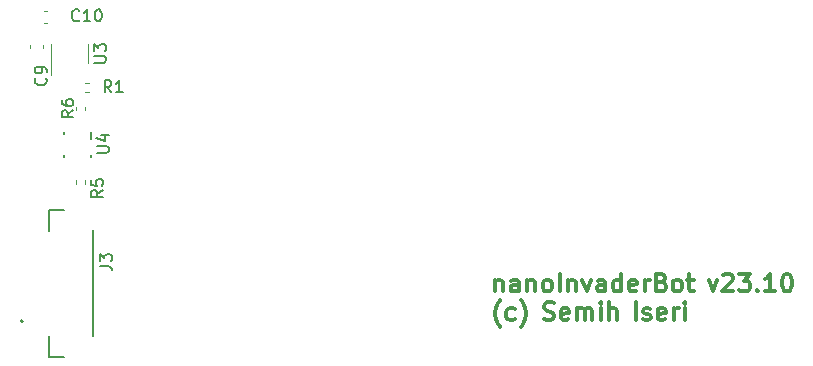
<source format=gbr>
%TF.GenerationSoftware,KiCad,Pcbnew,(7.0.0)*%
%TF.CreationDate,2023-10-22T09:49:58+03:00*%
%TF.ProjectId,nanoInvaderBot-power,6e616e6f-496e-4766-9164-6572426f742d,rev?*%
%TF.SameCoordinates,Original*%
%TF.FileFunction,Legend,Top*%
%TF.FilePolarity,Positive*%
%FSLAX46Y46*%
G04 Gerber Fmt 4.6, Leading zero omitted, Abs format (unit mm)*
G04 Created by KiCad (PCBNEW (7.0.0)) date 2023-10-22 09:49:58*
%MOMM*%
%LPD*%
G01*
G04 APERTURE LIST*
%ADD10C,0.300000*%
%ADD11C,0.150000*%
%ADD12C,0.120000*%
%ADD13C,0.170000*%
%ADD14C,0.127000*%
%ADD15C,0.200000*%
G04 APERTURE END LIST*
D10*
X156857142Y-109493571D02*
X156857142Y-110493571D01*
X156857142Y-109636428D02*
X156928571Y-109565000D01*
X156928571Y-109565000D02*
X157071428Y-109493571D01*
X157071428Y-109493571D02*
X157285714Y-109493571D01*
X157285714Y-109493571D02*
X157428571Y-109565000D01*
X157428571Y-109565000D02*
X157500000Y-109707857D01*
X157500000Y-109707857D02*
X157500000Y-110493571D01*
X158857143Y-110493571D02*
X158857143Y-109707857D01*
X158857143Y-109707857D02*
X158785714Y-109565000D01*
X158785714Y-109565000D02*
X158642857Y-109493571D01*
X158642857Y-109493571D02*
X158357143Y-109493571D01*
X158357143Y-109493571D02*
X158214285Y-109565000D01*
X158857143Y-110422142D02*
X158714285Y-110493571D01*
X158714285Y-110493571D02*
X158357143Y-110493571D01*
X158357143Y-110493571D02*
X158214285Y-110422142D01*
X158214285Y-110422142D02*
X158142857Y-110279285D01*
X158142857Y-110279285D02*
X158142857Y-110136428D01*
X158142857Y-110136428D02*
X158214285Y-109993571D01*
X158214285Y-109993571D02*
X158357143Y-109922142D01*
X158357143Y-109922142D02*
X158714285Y-109922142D01*
X158714285Y-109922142D02*
X158857143Y-109850714D01*
X159571428Y-109493571D02*
X159571428Y-110493571D01*
X159571428Y-109636428D02*
X159642857Y-109565000D01*
X159642857Y-109565000D02*
X159785714Y-109493571D01*
X159785714Y-109493571D02*
X160000000Y-109493571D01*
X160000000Y-109493571D02*
X160142857Y-109565000D01*
X160142857Y-109565000D02*
X160214286Y-109707857D01*
X160214286Y-109707857D02*
X160214286Y-110493571D01*
X161142857Y-110493571D02*
X161000000Y-110422142D01*
X161000000Y-110422142D02*
X160928571Y-110350714D01*
X160928571Y-110350714D02*
X160857143Y-110207857D01*
X160857143Y-110207857D02*
X160857143Y-109779285D01*
X160857143Y-109779285D02*
X160928571Y-109636428D01*
X160928571Y-109636428D02*
X161000000Y-109565000D01*
X161000000Y-109565000D02*
X161142857Y-109493571D01*
X161142857Y-109493571D02*
X161357143Y-109493571D01*
X161357143Y-109493571D02*
X161500000Y-109565000D01*
X161500000Y-109565000D02*
X161571429Y-109636428D01*
X161571429Y-109636428D02*
X161642857Y-109779285D01*
X161642857Y-109779285D02*
X161642857Y-110207857D01*
X161642857Y-110207857D02*
X161571429Y-110350714D01*
X161571429Y-110350714D02*
X161500000Y-110422142D01*
X161500000Y-110422142D02*
X161357143Y-110493571D01*
X161357143Y-110493571D02*
X161142857Y-110493571D01*
X162285714Y-110493571D02*
X162285714Y-108993571D01*
X163000000Y-109493571D02*
X163000000Y-110493571D01*
X163000000Y-109636428D02*
X163071429Y-109565000D01*
X163071429Y-109565000D02*
X163214286Y-109493571D01*
X163214286Y-109493571D02*
X163428572Y-109493571D01*
X163428572Y-109493571D02*
X163571429Y-109565000D01*
X163571429Y-109565000D02*
X163642858Y-109707857D01*
X163642858Y-109707857D02*
X163642858Y-110493571D01*
X164214286Y-109493571D02*
X164571429Y-110493571D01*
X164571429Y-110493571D02*
X164928572Y-109493571D01*
X166142858Y-110493571D02*
X166142858Y-109707857D01*
X166142858Y-109707857D02*
X166071429Y-109565000D01*
X166071429Y-109565000D02*
X165928572Y-109493571D01*
X165928572Y-109493571D02*
X165642858Y-109493571D01*
X165642858Y-109493571D02*
X165500000Y-109565000D01*
X166142858Y-110422142D02*
X166000000Y-110493571D01*
X166000000Y-110493571D02*
X165642858Y-110493571D01*
X165642858Y-110493571D02*
X165500000Y-110422142D01*
X165500000Y-110422142D02*
X165428572Y-110279285D01*
X165428572Y-110279285D02*
X165428572Y-110136428D01*
X165428572Y-110136428D02*
X165500000Y-109993571D01*
X165500000Y-109993571D02*
X165642858Y-109922142D01*
X165642858Y-109922142D02*
X166000000Y-109922142D01*
X166000000Y-109922142D02*
X166142858Y-109850714D01*
X167500001Y-110493571D02*
X167500001Y-108993571D01*
X167500001Y-110422142D02*
X167357143Y-110493571D01*
X167357143Y-110493571D02*
X167071429Y-110493571D01*
X167071429Y-110493571D02*
X166928572Y-110422142D01*
X166928572Y-110422142D02*
X166857143Y-110350714D01*
X166857143Y-110350714D02*
X166785715Y-110207857D01*
X166785715Y-110207857D02*
X166785715Y-109779285D01*
X166785715Y-109779285D02*
X166857143Y-109636428D01*
X166857143Y-109636428D02*
X166928572Y-109565000D01*
X166928572Y-109565000D02*
X167071429Y-109493571D01*
X167071429Y-109493571D02*
X167357143Y-109493571D01*
X167357143Y-109493571D02*
X167500001Y-109565000D01*
X168785715Y-110422142D02*
X168642858Y-110493571D01*
X168642858Y-110493571D02*
X168357144Y-110493571D01*
X168357144Y-110493571D02*
X168214286Y-110422142D01*
X168214286Y-110422142D02*
X168142858Y-110279285D01*
X168142858Y-110279285D02*
X168142858Y-109707857D01*
X168142858Y-109707857D02*
X168214286Y-109565000D01*
X168214286Y-109565000D02*
X168357144Y-109493571D01*
X168357144Y-109493571D02*
X168642858Y-109493571D01*
X168642858Y-109493571D02*
X168785715Y-109565000D01*
X168785715Y-109565000D02*
X168857144Y-109707857D01*
X168857144Y-109707857D02*
X168857144Y-109850714D01*
X168857144Y-109850714D02*
X168142858Y-109993571D01*
X169500000Y-110493571D02*
X169500000Y-109493571D01*
X169500000Y-109779285D02*
X169571429Y-109636428D01*
X169571429Y-109636428D02*
X169642858Y-109565000D01*
X169642858Y-109565000D02*
X169785715Y-109493571D01*
X169785715Y-109493571D02*
X169928572Y-109493571D01*
X170928571Y-109707857D02*
X171142857Y-109779285D01*
X171142857Y-109779285D02*
X171214286Y-109850714D01*
X171214286Y-109850714D02*
X171285714Y-109993571D01*
X171285714Y-109993571D02*
X171285714Y-110207857D01*
X171285714Y-110207857D02*
X171214286Y-110350714D01*
X171214286Y-110350714D02*
X171142857Y-110422142D01*
X171142857Y-110422142D02*
X171000000Y-110493571D01*
X171000000Y-110493571D02*
X170428571Y-110493571D01*
X170428571Y-110493571D02*
X170428571Y-108993571D01*
X170428571Y-108993571D02*
X170928571Y-108993571D01*
X170928571Y-108993571D02*
X171071429Y-109065000D01*
X171071429Y-109065000D02*
X171142857Y-109136428D01*
X171142857Y-109136428D02*
X171214286Y-109279285D01*
X171214286Y-109279285D02*
X171214286Y-109422142D01*
X171214286Y-109422142D02*
X171142857Y-109565000D01*
X171142857Y-109565000D02*
X171071429Y-109636428D01*
X171071429Y-109636428D02*
X170928571Y-109707857D01*
X170928571Y-109707857D02*
X170428571Y-109707857D01*
X172142857Y-110493571D02*
X172000000Y-110422142D01*
X172000000Y-110422142D02*
X171928571Y-110350714D01*
X171928571Y-110350714D02*
X171857143Y-110207857D01*
X171857143Y-110207857D02*
X171857143Y-109779285D01*
X171857143Y-109779285D02*
X171928571Y-109636428D01*
X171928571Y-109636428D02*
X172000000Y-109565000D01*
X172000000Y-109565000D02*
X172142857Y-109493571D01*
X172142857Y-109493571D02*
X172357143Y-109493571D01*
X172357143Y-109493571D02*
X172500000Y-109565000D01*
X172500000Y-109565000D02*
X172571429Y-109636428D01*
X172571429Y-109636428D02*
X172642857Y-109779285D01*
X172642857Y-109779285D02*
X172642857Y-110207857D01*
X172642857Y-110207857D02*
X172571429Y-110350714D01*
X172571429Y-110350714D02*
X172500000Y-110422142D01*
X172500000Y-110422142D02*
X172357143Y-110493571D01*
X172357143Y-110493571D02*
X172142857Y-110493571D01*
X173071429Y-109493571D02*
X173642857Y-109493571D01*
X173285714Y-108993571D02*
X173285714Y-110279285D01*
X173285714Y-110279285D02*
X173357143Y-110422142D01*
X173357143Y-110422142D02*
X173500000Y-110493571D01*
X173500000Y-110493571D02*
X173642857Y-110493571D01*
X174900000Y-109493571D02*
X175257143Y-110493571D01*
X175257143Y-110493571D02*
X175614286Y-109493571D01*
X176114286Y-109136428D02*
X176185714Y-109065000D01*
X176185714Y-109065000D02*
X176328572Y-108993571D01*
X176328572Y-108993571D02*
X176685714Y-108993571D01*
X176685714Y-108993571D02*
X176828572Y-109065000D01*
X176828572Y-109065000D02*
X176900000Y-109136428D01*
X176900000Y-109136428D02*
X176971429Y-109279285D01*
X176971429Y-109279285D02*
X176971429Y-109422142D01*
X176971429Y-109422142D02*
X176900000Y-109636428D01*
X176900000Y-109636428D02*
X176042857Y-110493571D01*
X176042857Y-110493571D02*
X176971429Y-110493571D01*
X177471428Y-108993571D02*
X178400000Y-108993571D01*
X178400000Y-108993571D02*
X177900000Y-109565000D01*
X177900000Y-109565000D02*
X178114285Y-109565000D01*
X178114285Y-109565000D02*
X178257143Y-109636428D01*
X178257143Y-109636428D02*
X178328571Y-109707857D01*
X178328571Y-109707857D02*
X178400000Y-109850714D01*
X178400000Y-109850714D02*
X178400000Y-110207857D01*
X178400000Y-110207857D02*
X178328571Y-110350714D01*
X178328571Y-110350714D02*
X178257143Y-110422142D01*
X178257143Y-110422142D02*
X178114285Y-110493571D01*
X178114285Y-110493571D02*
X177685714Y-110493571D01*
X177685714Y-110493571D02*
X177542857Y-110422142D01*
X177542857Y-110422142D02*
X177471428Y-110350714D01*
X179042856Y-110350714D02*
X179114285Y-110422142D01*
X179114285Y-110422142D02*
X179042856Y-110493571D01*
X179042856Y-110493571D02*
X178971428Y-110422142D01*
X178971428Y-110422142D02*
X179042856Y-110350714D01*
X179042856Y-110350714D02*
X179042856Y-110493571D01*
X180542857Y-110493571D02*
X179685714Y-110493571D01*
X180114285Y-110493571D02*
X180114285Y-108993571D01*
X180114285Y-108993571D02*
X179971428Y-109207857D01*
X179971428Y-109207857D02*
X179828571Y-109350714D01*
X179828571Y-109350714D02*
X179685714Y-109422142D01*
X181471428Y-108993571D02*
X181614285Y-108993571D01*
X181614285Y-108993571D02*
X181757142Y-109065000D01*
X181757142Y-109065000D02*
X181828571Y-109136428D01*
X181828571Y-109136428D02*
X181899999Y-109279285D01*
X181899999Y-109279285D02*
X181971428Y-109565000D01*
X181971428Y-109565000D02*
X181971428Y-109922142D01*
X181971428Y-109922142D02*
X181899999Y-110207857D01*
X181899999Y-110207857D02*
X181828571Y-110350714D01*
X181828571Y-110350714D02*
X181757142Y-110422142D01*
X181757142Y-110422142D02*
X181614285Y-110493571D01*
X181614285Y-110493571D02*
X181471428Y-110493571D01*
X181471428Y-110493571D02*
X181328571Y-110422142D01*
X181328571Y-110422142D02*
X181257142Y-110350714D01*
X181257142Y-110350714D02*
X181185713Y-110207857D01*
X181185713Y-110207857D02*
X181114285Y-109922142D01*
X181114285Y-109922142D02*
X181114285Y-109565000D01*
X181114285Y-109565000D02*
X181185713Y-109279285D01*
X181185713Y-109279285D02*
X181257142Y-109136428D01*
X181257142Y-109136428D02*
X181328571Y-109065000D01*
X181328571Y-109065000D02*
X181471428Y-108993571D01*
X157285714Y-113495000D02*
X157214285Y-113423571D01*
X157214285Y-113423571D02*
X157071428Y-113209285D01*
X157071428Y-113209285D02*
X157000000Y-113066428D01*
X157000000Y-113066428D02*
X156928571Y-112852142D01*
X156928571Y-112852142D02*
X156857142Y-112495000D01*
X156857142Y-112495000D02*
X156857142Y-112209285D01*
X156857142Y-112209285D02*
X156928571Y-111852142D01*
X156928571Y-111852142D02*
X157000000Y-111637857D01*
X157000000Y-111637857D02*
X157071428Y-111495000D01*
X157071428Y-111495000D02*
X157214285Y-111280714D01*
X157214285Y-111280714D02*
X157285714Y-111209285D01*
X158500000Y-112852142D02*
X158357142Y-112923571D01*
X158357142Y-112923571D02*
X158071428Y-112923571D01*
X158071428Y-112923571D02*
X157928571Y-112852142D01*
X157928571Y-112852142D02*
X157857142Y-112780714D01*
X157857142Y-112780714D02*
X157785714Y-112637857D01*
X157785714Y-112637857D02*
X157785714Y-112209285D01*
X157785714Y-112209285D02*
X157857142Y-112066428D01*
X157857142Y-112066428D02*
X157928571Y-111995000D01*
X157928571Y-111995000D02*
X158071428Y-111923571D01*
X158071428Y-111923571D02*
X158357142Y-111923571D01*
X158357142Y-111923571D02*
X158500000Y-111995000D01*
X158999999Y-113495000D02*
X159071428Y-113423571D01*
X159071428Y-113423571D02*
X159214285Y-113209285D01*
X159214285Y-113209285D02*
X159285714Y-113066428D01*
X159285714Y-113066428D02*
X159357142Y-112852142D01*
X159357142Y-112852142D02*
X159428571Y-112495000D01*
X159428571Y-112495000D02*
X159428571Y-112209285D01*
X159428571Y-112209285D02*
X159357142Y-111852142D01*
X159357142Y-111852142D02*
X159285714Y-111637857D01*
X159285714Y-111637857D02*
X159214285Y-111495000D01*
X159214285Y-111495000D02*
X159071428Y-111280714D01*
X159071428Y-111280714D02*
X158999999Y-111209285D01*
X160971428Y-112852142D02*
X161185714Y-112923571D01*
X161185714Y-112923571D02*
X161542856Y-112923571D01*
X161542856Y-112923571D02*
X161685714Y-112852142D01*
X161685714Y-112852142D02*
X161757142Y-112780714D01*
X161757142Y-112780714D02*
X161828571Y-112637857D01*
X161828571Y-112637857D02*
X161828571Y-112495000D01*
X161828571Y-112495000D02*
X161757142Y-112352142D01*
X161757142Y-112352142D02*
X161685714Y-112280714D01*
X161685714Y-112280714D02*
X161542856Y-112209285D01*
X161542856Y-112209285D02*
X161257142Y-112137857D01*
X161257142Y-112137857D02*
X161114285Y-112066428D01*
X161114285Y-112066428D02*
X161042856Y-111995000D01*
X161042856Y-111995000D02*
X160971428Y-111852142D01*
X160971428Y-111852142D02*
X160971428Y-111709285D01*
X160971428Y-111709285D02*
X161042856Y-111566428D01*
X161042856Y-111566428D02*
X161114285Y-111495000D01*
X161114285Y-111495000D02*
X161257142Y-111423571D01*
X161257142Y-111423571D02*
X161614285Y-111423571D01*
X161614285Y-111423571D02*
X161828571Y-111495000D01*
X163042856Y-112852142D02*
X162899999Y-112923571D01*
X162899999Y-112923571D02*
X162614285Y-112923571D01*
X162614285Y-112923571D02*
X162471427Y-112852142D01*
X162471427Y-112852142D02*
X162399999Y-112709285D01*
X162399999Y-112709285D02*
X162399999Y-112137857D01*
X162399999Y-112137857D02*
X162471427Y-111995000D01*
X162471427Y-111995000D02*
X162614285Y-111923571D01*
X162614285Y-111923571D02*
X162899999Y-111923571D01*
X162899999Y-111923571D02*
X163042856Y-111995000D01*
X163042856Y-111995000D02*
X163114285Y-112137857D01*
X163114285Y-112137857D02*
X163114285Y-112280714D01*
X163114285Y-112280714D02*
X162399999Y-112423571D01*
X163757141Y-112923571D02*
X163757141Y-111923571D01*
X163757141Y-112066428D02*
X163828570Y-111995000D01*
X163828570Y-111995000D02*
X163971427Y-111923571D01*
X163971427Y-111923571D02*
X164185713Y-111923571D01*
X164185713Y-111923571D02*
X164328570Y-111995000D01*
X164328570Y-111995000D02*
X164399999Y-112137857D01*
X164399999Y-112137857D02*
X164399999Y-112923571D01*
X164399999Y-112137857D02*
X164471427Y-111995000D01*
X164471427Y-111995000D02*
X164614284Y-111923571D01*
X164614284Y-111923571D02*
X164828570Y-111923571D01*
X164828570Y-111923571D02*
X164971427Y-111995000D01*
X164971427Y-111995000D02*
X165042856Y-112137857D01*
X165042856Y-112137857D02*
X165042856Y-112923571D01*
X165757141Y-112923571D02*
X165757141Y-111923571D01*
X165757141Y-111423571D02*
X165685713Y-111495000D01*
X165685713Y-111495000D02*
X165757141Y-111566428D01*
X165757141Y-111566428D02*
X165828570Y-111495000D01*
X165828570Y-111495000D02*
X165757141Y-111423571D01*
X165757141Y-111423571D02*
X165757141Y-111566428D01*
X166471427Y-112923571D02*
X166471427Y-111423571D01*
X167114285Y-112923571D02*
X167114285Y-112137857D01*
X167114285Y-112137857D02*
X167042856Y-111995000D01*
X167042856Y-111995000D02*
X166899999Y-111923571D01*
X166899999Y-111923571D02*
X166685713Y-111923571D01*
X166685713Y-111923571D02*
X166542856Y-111995000D01*
X166542856Y-111995000D02*
X166471427Y-112066428D01*
X168728570Y-112923571D02*
X168728570Y-111423571D01*
X169371428Y-112852142D02*
X169514285Y-112923571D01*
X169514285Y-112923571D02*
X169799999Y-112923571D01*
X169799999Y-112923571D02*
X169942856Y-112852142D01*
X169942856Y-112852142D02*
X170014285Y-112709285D01*
X170014285Y-112709285D02*
X170014285Y-112637857D01*
X170014285Y-112637857D02*
X169942856Y-112495000D01*
X169942856Y-112495000D02*
X169799999Y-112423571D01*
X169799999Y-112423571D02*
X169585714Y-112423571D01*
X169585714Y-112423571D02*
X169442856Y-112352142D01*
X169442856Y-112352142D02*
X169371428Y-112209285D01*
X169371428Y-112209285D02*
X169371428Y-112137857D01*
X169371428Y-112137857D02*
X169442856Y-111995000D01*
X169442856Y-111995000D02*
X169585714Y-111923571D01*
X169585714Y-111923571D02*
X169799999Y-111923571D01*
X169799999Y-111923571D02*
X169942856Y-111995000D01*
X171228571Y-112852142D02*
X171085714Y-112923571D01*
X171085714Y-112923571D02*
X170800000Y-112923571D01*
X170800000Y-112923571D02*
X170657142Y-112852142D01*
X170657142Y-112852142D02*
X170585714Y-112709285D01*
X170585714Y-112709285D02*
X170585714Y-112137857D01*
X170585714Y-112137857D02*
X170657142Y-111995000D01*
X170657142Y-111995000D02*
X170800000Y-111923571D01*
X170800000Y-111923571D02*
X171085714Y-111923571D01*
X171085714Y-111923571D02*
X171228571Y-111995000D01*
X171228571Y-111995000D02*
X171300000Y-112137857D01*
X171300000Y-112137857D02*
X171300000Y-112280714D01*
X171300000Y-112280714D02*
X170585714Y-112423571D01*
X171942856Y-112923571D02*
X171942856Y-111923571D01*
X171942856Y-112209285D02*
X172014285Y-112066428D01*
X172014285Y-112066428D02*
X172085714Y-111995000D01*
X172085714Y-111995000D02*
X172228571Y-111923571D01*
X172228571Y-111923571D02*
X172371428Y-111923571D01*
X172871427Y-112923571D02*
X172871427Y-111923571D01*
X172871427Y-111423571D02*
X172799999Y-111495000D01*
X172799999Y-111495000D02*
X172871427Y-111566428D01*
X172871427Y-111566428D02*
X172942856Y-111495000D01*
X172942856Y-111495000D02*
X172871427Y-111423571D01*
X172871427Y-111423571D02*
X172871427Y-111566428D01*
D11*
%TO.C,R6*%
X121117380Y-95166666D02*
X120641190Y-95499999D01*
X121117380Y-95738094D02*
X120117380Y-95738094D01*
X120117380Y-95738094D02*
X120117380Y-95357142D01*
X120117380Y-95357142D02*
X120165000Y-95261904D01*
X120165000Y-95261904D02*
X120212619Y-95214285D01*
X120212619Y-95214285D02*
X120307857Y-95166666D01*
X120307857Y-95166666D02*
X120450714Y-95166666D01*
X120450714Y-95166666D02*
X120545952Y-95214285D01*
X120545952Y-95214285D02*
X120593571Y-95261904D01*
X120593571Y-95261904D02*
X120641190Y-95357142D01*
X120641190Y-95357142D02*
X120641190Y-95738094D01*
X120117380Y-94309523D02*
X120117380Y-94499999D01*
X120117380Y-94499999D02*
X120165000Y-94595237D01*
X120165000Y-94595237D02*
X120212619Y-94642856D01*
X120212619Y-94642856D02*
X120355476Y-94738094D01*
X120355476Y-94738094D02*
X120545952Y-94785713D01*
X120545952Y-94785713D02*
X120926904Y-94785713D01*
X120926904Y-94785713D02*
X121022142Y-94738094D01*
X121022142Y-94738094D02*
X121069761Y-94690475D01*
X121069761Y-94690475D02*
X121117380Y-94595237D01*
X121117380Y-94595237D02*
X121117380Y-94404761D01*
X121117380Y-94404761D02*
X121069761Y-94309523D01*
X121069761Y-94309523D02*
X121022142Y-94261904D01*
X121022142Y-94261904D02*
X120926904Y-94214285D01*
X120926904Y-94214285D02*
X120688809Y-94214285D01*
X120688809Y-94214285D02*
X120593571Y-94261904D01*
X120593571Y-94261904D02*
X120545952Y-94309523D01*
X120545952Y-94309523D02*
X120498333Y-94404761D01*
X120498333Y-94404761D02*
X120498333Y-94595237D01*
X120498333Y-94595237D02*
X120545952Y-94690475D01*
X120545952Y-94690475D02*
X120593571Y-94738094D01*
X120593571Y-94738094D02*
X120688809Y-94785713D01*
%TO.C,R1*%
X124333333Y-93617380D02*
X124000000Y-93141190D01*
X123761905Y-93617380D02*
X123761905Y-92617380D01*
X123761905Y-92617380D02*
X124142857Y-92617380D01*
X124142857Y-92617380D02*
X124238095Y-92665000D01*
X124238095Y-92665000D02*
X124285714Y-92712619D01*
X124285714Y-92712619D02*
X124333333Y-92807857D01*
X124333333Y-92807857D02*
X124333333Y-92950714D01*
X124333333Y-92950714D02*
X124285714Y-93045952D01*
X124285714Y-93045952D02*
X124238095Y-93093571D01*
X124238095Y-93093571D02*
X124142857Y-93141190D01*
X124142857Y-93141190D02*
X123761905Y-93141190D01*
X125285714Y-93617380D02*
X124714286Y-93617380D01*
X125000000Y-93617380D02*
X125000000Y-92617380D01*
X125000000Y-92617380D02*
X124904762Y-92760238D01*
X124904762Y-92760238D02*
X124809524Y-92855476D01*
X124809524Y-92855476D02*
X124714286Y-92903095D01*
%TO.C,U4*%
X123117380Y-98761904D02*
X123926904Y-98761904D01*
X123926904Y-98761904D02*
X124022142Y-98714285D01*
X124022142Y-98714285D02*
X124069761Y-98666666D01*
X124069761Y-98666666D02*
X124117380Y-98571428D01*
X124117380Y-98571428D02*
X124117380Y-98380952D01*
X124117380Y-98380952D02*
X124069761Y-98285714D01*
X124069761Y-98285714D02*
X124022142Y-98238095D01*
X124022142Y-98238095D02*
X123926904Y-98190476D01*
X123926904Y-98190476D02*
X123117380Y-98190476D01*
X123450714Y-97285714D02*
X124117380Y-97285714D01*
X123069761Y-97523809D02*
X123784047Y-97761904D01*
X123784047Y-97761904D02*
X123784047Y-97142857D01*
%TO.C,R5*%
X123617380Y-101916666D02*
X123141190Y-102249999D01*
X123617380Y-102488094D02*
X122617380Y-102488094D01*
X122617380Y-102488094D02*
X122617380Y-102107142D01*
X122617380Y-102107142D02*
X122665000Y-102011904D01*
X122665000Y-102011904D02*
X122712619Y-101964285D01*
X122712619Y-101964285D02*
X122807857Y-101916666D01*
X122807857Y-101916666D02*
X122950714Y-101916666D01*
X122950714Y-101916666D02*
X123045952Y-101964285D01*
X123045952Y-101964285D02*
X123093571Y-102011904D01*
X123093571Y-102011904D02*
X123141190Y-102107142D01*
X123141190Y-102107142D02*
X123141190Y-102488094D01*
X122617380Y-101011904D02*
X122617380Y-101488094D01*
X122617380Y-101488094D02*
X123093571Y-101535713D01*
X123093571Y-101535713D02*
X123045952Y-101488094D01*
X123045952Y-101488094D02*
X122998333Y-101392856D01*
X122998333Y-101392856D02*
X122998333Y-101154761D01*
X122998333Y-101154761D02*
X123045952Y-101059523D01*
X123045952Y-101059523D02*
X123093571Y-101011904D01*
X123093571Y-101011904D02*
X123188809Y-100964285D01*
X123188809Y-100964285D02*
X123426904Y-100964285D01*
X123426904Y-100964285D02*
X123522142Y-101011904D01*
X123522142Y-101011904D02*
X123569761Y-101059523D01*
X123569761Y-101059523D02*
X123617380Y-101154761D01*
X123617380Y-101154761D02*
X123617380Y-101392856D01*
X123617380Y-101392856D02*
X123569761Y-101488094D01*
X123569761Y-101488094D02*
X123522142Y-101535713D01*
%TO.C,C10*%
X121607142Y-87522142D02*
X121559523Y-87569761D01*
X121559523Y-87569761D02*
X121416666Y-87617380D01*
X121416666Y-87617380D02*
X121321428Y-87617380D01*
X121321428Y-87617380D02*
X121178571Y-87569761D01*
X121178571Y-87569761D02*
X121083333Y-87474523D01*
X121083333Y-87474523D02*
X121035714Y-87379285D01*
X121035714Y-87379285D02*
X120988095Y-87188809D01*
X120988095Y-87188809D02*
X120988095Y-87045952D01*
X120988095Y-87045952D02*
X121035714Y-86855476D01*
X121035714Y-86855476D02*
X121083333Y-86760238D01*
X121083333Y-86760238D02*
X121178571Y-86665000D01*
X121178571Y-86665000D02*
X121321428Y-86617380D01*
X121321428Y-86617380D02*
X121416666Y-86617380D01*
X121416666Y-86617380D02*
X121559523Y-86665000D01*
X121559523Y-86665000D02*
X121607142Y-86712619D01*
X122559523Y-87617380D02*
X121988095Y-87617380D01*
X122273809Y-87617380D02*
X122273809Y-86617380D01*
X122273809Y-86617380D02*
X122178571Y-86760238D01*
X122178571Y-86760238D02*
X122083333Y-86855476D01*
X122083333Y-86855476D02*
X121988095Y-86903095D01*
X123178571Y-86617380D02*
X123273809Y-86617380D01*
X123273809Y-86617380D02*
X123369047Y-86665000D01*
X123369047Y-86665000D02*
X123416666Y-86712619D01*
X123416666Y-86712619D02*
X123464285Y-86807857D01*
X123464285Y-86807857D02*
X123511904Y-86998333D01*
X123511904Y-86998333D02*
X123511904Y-87236428D01*
X123511904Y-87236428D02*
X123464285Y-87426904D01*
X123464285Y-87426904D02*
X123416666Y-87522142D01*
X123416666Y-87522142D02*
X123369047Y-87569761D01*
X123369047Y-87569761D02*
X123273809Y-87617380D01*
X123273809Y-87617380D02*
X123178571Y-87617380D01*
X123178571Y-87617380D02*
X123083333Y-87569761D01*
X123083333Y-87569761D02*
X123035714Y-87522142D01*
X123035714Y-87522142D02*
X122988095Y-87426904D01*
X122988095Y-87426904D02*
X122940476Y-87236428D01*
X122940476Y-87236428D02*
X122940476Y-86998333D01*
X122940476Y-86998333D02*
X122988095Y-86807857D01*
X122988095Y-86807857D02*
X123035714Y-86712619D01*
X123035714Y-86712619D02*
X123083333Y-86665000D01*
X123083333Y-86665000D02*
X123178571Y-86617380D01*
%TO.C,U3*%
X122867380Y-91124404D02*
X123676904Y-91124404D01*
X123676904Y-91124404D02*
X123772142Y-91076785D01*
X123772142Y-91076785D02*
X123819761Y-91029166D01*
X123819761Y-91029166D02*
X123867380Y-90933928D01*
X123867380Y-90933928D02*
X123867380Y-90743452D01*
X123867380Y-90743452D02*
X123819761Y-90648214D01*
X123819761Y-90648214D02*
X123772142Y-90600595D01*
X123772142Y-90600595D02*
X123676904Y-90552976D01*
X123676904Y-90552976D02*
X122867380Y-90552976D01*
X122867380Y-90172023D02*
X122867380Y-89552976D01*
X122867380Y-89552976D02*
X123248333Y-89886309D01*
X123248333Y-89886309D02*
X123248333Y-89743452D01*
X123248333Y-89743452D02*
X123295952Y-89648214D01*
X123295952Y-89648214D02*
X123343571Y-89600595D01*
X123343571Y-89600595D02*
X123438809Y-89552976D01*
X123438809Y-89552976D02*
X123676904Y-89552976D01*
X123676904Y-89552976D02*
X123772142Y-89600595D01*
X123772142Y-89600595D02*
X123819761Y-89648214D01*
X123819761Y-89648214D02*
X123867380Y-89743452D01*
X123867380Y-89743452D02*
X123867380Y-90029166D01*
X123867380Y-90029166D02*
X123819761Y-90124404D01*
X123819761Y-90124404D02*
X123772142Y-90172023D01*
%TO.C,C9*%
X118772142Y-92416666D02*
X118819761Y-92464285D01*
X118819761Y-92464285D02*
X118867380Y-92607142D01*
X118867380Y-92607142D02*
X118867380Y-92702380D01*
X118867380Y-92702380D02*
X118819761Y-92845237D01*
X118819761Y-92845237D02*
X118724523Y-92940475D01*
X118724523Y-92940475D02*
X118629285Y-92988094D01*
X118629285Y-92988094D02*
X118438809Y-93035713D01*
X118438809Y-93035713D02*
X118295952Y-93035713D01*
X118295952Y-93035713D02*
X118105476Y-92988094D01*
X118105476Y-92988094D02*
X118010238Y-92940475D01*
X118010238Y-92940475D02*
X117915000Y-92845237D01*
X117915000Y-92845237D02*
X117867380Y-92702380D01*
X117867380Y-92702380D02*
X117867380Y-92607142D01*
X117867380Y-92607142D02*
X117915000Y-92464285D01*
X117915000Y-92464285D02*
X117962619Y-92416666D01*
X118867380Y-91940475D02*
X118867380Y-91749999D01*
X118867380Y-91749999D02*
X118819761Y-91654761D01*
X118819761Y-91654761D02*
X118772142Y-91607142D01*
X118772142Y-91607142D02*
X118629285Y-91511904D01*
X118629285Y-91511904D02*
X118438809Y-91464285D01*
X118438809Y-91464285D02*
X118057857Y-91464285D01*
X118057857Y-91464285D02*
X117962619Y-91511904D01*
X117962619Y-91511904D02*
X117915000Y-91559523D01*
X117915000Y-91559523D02*
X117867380Y-91654761D01*
X117867380Y-91654761D02*
X117867380Y-91845237D01*
X117867380Y-91845237D02*
X117915000Y-91940475D01*
X117915000Y-91940475D02*
X117962619Y-91988094D01*
X117962619Y-91988094D02*
X118057857Y-92035713D01*
X118057857Y-92035713D02*
X118295952Y-92035713D01*
X118295952Y-92035713D02*
X118391190Y-91988094D01*
X118391190Y-91988094D02*
X118438809Y-91940475D01*
X118438809Y-91940475D02*
X118486428Y-91845237D01*
X118486428Y-91845237D02*
X118486428Y-91654761D01*
X118486428Y-91654761D02*
X118438809Y-91559523D01*
X118438809Y-91559523D02*
X118391190Y-91511904D01*
X118391190Y-91511904D02*
X118295952Y-91464285D01*
%TO.C,J3*%
X123367380Y-108333333D02*
X124081666Y-108333333D01*
X124081666Y-108333333D02*
X124224523Y-108380952D01*
X124224523Y-108380952D02*
X124319761Y-108476190D01*
X124319761Y-108476190D02*
X124367380Y-108619047D01*
X124367380Y-108619047D02*
X124367380Y-108714285D01*
X123367380Y-107952380D02*
X123367380Y-107333333D01*
X123367380Y-107333333D02*
X123748333Y-107666666D01*
X123748333Y-107666666D02*
X123748333Y-107523809D01*
X123748333Y-107523809D02*
X123795952Y-107428571D01*
X123795952Y-107428571D02*
X123843571Y-107380952D01*
X123843571Y-107380952D02*
X123938809Y-107333333D01*
X123938809Y-107333333D02*
X124176904Y-107333333D01*
X124176904Y-107333333D02*
X124272142Y-107380952D01*
X124272142Y-107380952D02*
X124319761Y-107428571D01*
X124319761Y-107428571D02*
X124367380Y-107523809D01*
X124367380Y-107523809D02*
X124367380Y-107809523D01*
X124367380Y-107809523D02*
X124319761Y-107904761D01*
X124319761Y-107904761D02*
X124272142Y-107952380D01*
D12*
%TO.C,R6*%
X121370000Y-95153641D02*
X121370000Y-94846359D01*
X122130000Y-95153641D02*
X122130000Y-94846359D01*
%TO.C,R1*%
X122403641Y-93630000D02*
X122096359Y-93630000D01*
X122403641Y-92870000D02*
X122096359Y-92870000D01*
D13*
%TO.C,U4*%
X122650000Y-96975000D02*
X122650000Y-97624999D01*
X120349999Y-96975000D02*
X120349999Y-97149998D01*
X122650000Y-98950000D02*
X122650000Y-99124998D01*
X120349999Y-98950000D02*
X120349999Y-99124998D01*
D12*
%TO.C,R5*%
X122130000Y-101096359D02*
X122130000Y-101403641D01*
X121370000Y-101096359D02*
X121370000Y-101403641D01*
%TO.C,C10*%
X118890580Y-87760000D02*
X118609420Y-87760000D01*
X118890580Y-86740000D02*
X118609420Y-86740000D01*
%TO.C,U3*%
X119240000Y-90362500D02*
X119240000Y-92162500D01*
X119240000Y-90362500D02*
X119240000Y-89562500D01*
X122360000Y-90362500D02*
X122360000Y-91162500D01*
X122360000Y-90362500D02*
X122360000Y-89562500D01*
%TO.C,C9*%
X117490000Y-89890580D02*
X117490000Y-89609420D01*
X118510000Y-89890580D02*
X118510000Y-89609420D01*
D14*
%TO.C,J3*%
X119050000Y-103600000D02*
X120330000Y-103600000D01*
X122750000Y-105320000D02*
X122750000Y-114280000D01*
X119050000Y-105380000D02*
X119050000Y-103600000D01*
X119050000Y-116000000D02*
X119050000Y-114220000D01*
X119050000Y-116000000D02*
X120330000Y-116000000D01*
D15*
X116850000Y-113000000D02*
G75*
G03*
X116850000Y-113000000I-100000J0D01*
G01*
%TD*%
M02*

</source>
